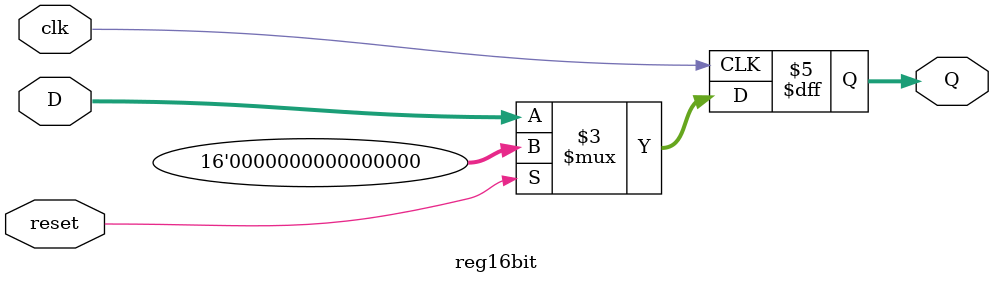
<source format=v>
`timescale 1ns / 1ps


module reg16bit(
    input [15:0] D,
    input clk,
    input reset,
    output reg[15:0] Q
    );
    
    always@(posedge clk )
        if(reset) 
         begin Q <= 16'd0; end
        else Q <= D;  
endmodule
</source>
